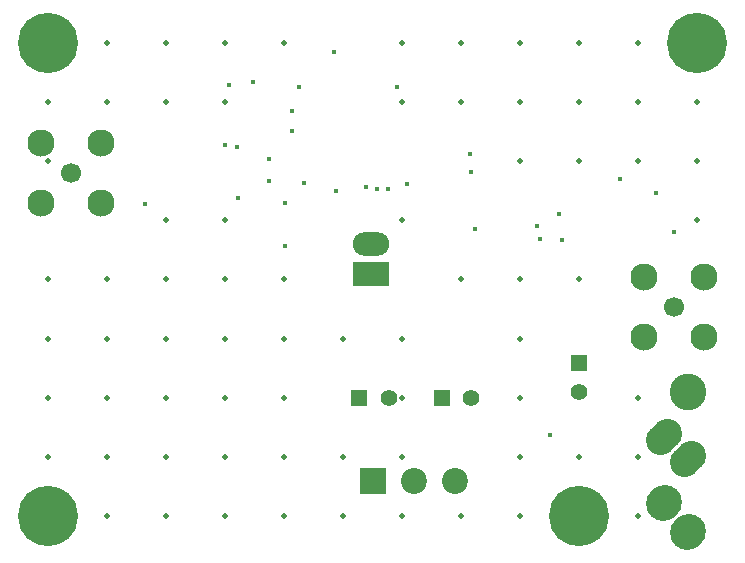
<source format=gbs>
G04*
G04 #@! TF.GenerationSoftware,Altium Limited,Altium Designer,21.9.1 (22)*
G04*
G04 Layer_Color=16711935*
%FSAX44Y44*%
%MOMM*%
G71*
G04*
G04 #@! TF.SameCoordinates,86785AD5-1920-4A7D-B972-61179B801B7D*
G04*
G04*
G04 #@! TF.FilePolarity,Negative*
G04*
G01*
G75*
%ADD25O,3.1000X2.0000*%
%ADD26R,3.1000X2.0000*%
%ADD27C,1.7000*%
%ADD28C,2.3000*%
%ADD29R,1.4000X1.4000*%
%ADD30C,1.4000*%
G04:AMPARAMS|DCode=31|XSize=2.5mm|YSize=3.3mm|CornerRadius=0mm|HoleSize=0mm|Usage=FLASHONLY|Rotation=135.000|XOffset=0mm|YOffset=0mm|HoleType=Round|Shape=Round|*
%AMOVALD31*
21,1,0.8000,2.5000,0.0000,0.0000,225.0*
1,1,2.5000,0.2828,0.2828*
1,1,2.5000,-0.2828,-0.2828*
%
%ADD31OVALD31*%

G04:AMPARAMS|DCode=32|XSize=2.9mm|YSize=3.1mm|CornerRadius=0mm|HoleSize=0mm|Usage=FLASHONLY|Rotation=135.000|XOffset=0mm|YOffset=0mm|HoleType=Round|Shape=Round|*
%AMOVALD32*
21,1,0.2000,2.9000,0.0000,0.0000,225.0*
1,1,2.9000,0.0707,0.0707*
1,1,2.9000,-0.0707,-0.0707*
%
%ADD32OVALD32*%

%ADD33C,3.1000*%
%ADD34C,2.2000*%
%ADD35R,2.2000X2.2000*%
%ADD36R,1.4000X1.4000*%
%ADD37C,5.1000*%
%ADD38C,0.5000*%
%ADD39C,0.4000*%
D25*
X01674000Y01480000D02*
D03*
D26*
Y01454600D02*
D03*
D27*
X01420000Y01540000D02*
D03*
X01930000Y01427000D02*
D03*
D28*
X01394600Y01514600D02*
D03*
X01445400D02*
D03*
Y01565400D02*
D03*
X01394600D02*
D03*
X01904600Y01401600D02*
D03*
X01955400D02*
D03*
Y01452400D02*
D03*
X01904600D02*
D03*
D29*
X01850000Y01379500D02*
D03*
D30*
Y01354500D02*
D03*
X01688500Y01350000D02*
D03*
X01758500D02*
D03*
D31*
X01922000Y01317000D02*
D03*
X01942000Y01298000D02*
D03*
D32*
X01922000Y01261000D02*
D03*
X01942000Y01236500D02*
D03*
D33*
Y01354500D02*
D03*
D34*
X01710000Y01279001D02*
D03*
X01745000D02*
D03*
D35*
X01675000D02*
D03*
D36*
X01663500Y01350000D02*
D03*
X01733500D02*
D03*
D37*
X01400000Y01650000D02*
D03*
X01950000D02*
D03*
X01850000Y01250000D02*
D03*
X01400000D02*
D03*
D38*
X01950000Y01600000D02*
D03*
Y01550000D02*
D03*
Y01500000D02*
D03*
X01900000Y01650000D02*
D03*
Y01600000D02*
D03*
Y01550000D02*
D03*
Y01350000D02*
D03*
Y01300000D02*
D03*
Y01250000D02*
D03*
X01850000Y01650000D02*
D03*
Y01600000D02*
D03*
Y01550000D02*
D03*
Y01450000D02*
D03*
Y01300000D02*
D03*
X01800000Y01650000D02*
D03*
Y01600000D02*
D03*
Y01550000D02*
D03*
Y01450000D02*
D03*
Y01400000D02*
D03*
Y01350000D02*
D03*
Y01300000D02*
D03*
Y01250000D02*
D03*
X01750000Y01650000D02*
D03*
Y01600000D02*
D03*
Y01450000D02*
D03*
Y01250000D02*
D03*
X01700000Y01650000D02*
D03*
Y01600000D02*
D03*
Y01500000D02*
D03*
Y01400000D02*
D03*
Y01350000D02*
D03*
Y01300000D02*
D03*
Y01250000D02*
D03*
X01650000Y01400000D02*
D03*
Y01300000D02*
D03*
Y01250000D02*
D03*
X01600000Y01650000D02*
D03*
Y01450000D02*
D03*
Y01400000D02*
D03*
Y01350000D02*
D03*
Y01300000D02*
D03*
Y01250000D02*
D03*
X01550000Y01650000D02*
D03*
Y01600000D02*
D03*
Y01500000D02*
D03*
Y01450000D02*
D03*
Y01400000D02*
D03*
Y01350000D02*
D03*
Y01300000D02*
D03*
Y01250000D02*
D03*
X01500000Y01650000D02*
D03*
Y01600000D02*
D03*
Y01500000D02*
D03*
Y01450000D02*
D03*
Y01400000D02*
D03*
Y01350000D02*
D03*
Y01300000D02*
D03*
Y01250000D02*
D03*
X01450000Y01650000D02*
D03*
Y01600000D02*
D03*
Y01450000D02*
D03*
Y01400000D02*
D03*
Y01350000D02*
D03*
Y01300000D02*
D03*
Y01250000D02*
D03*
X01400000Y01600000D02*
D03*
Y01550000D02*
D03*
Y01450000D02*
D03*
Y01400000D02*
D03*
Y01350000D02*
D03*
Y01300000D02*
D03*
D39*
X01482000Y01514000D02*
D03*
X01574000Y01617000D02*
D03*
X01553000Y01615000D02*
D03*
X01550000Y01564000D02*
D03*
X01560000Y01562000D02*
D03*
X01587000Y01552000D02*
D03*
X01561000Y01519000D02*
D03*
X01587000Y01533040D02*
D03*
X01617000Y01532000D02*
D03*
X01643960Y01525000D02*
D03*
X01825000Y01318000D02*
D03*
X01817000Y01484000D02*
D03*
X01833040Y01505000D02*
D03*
X01696000Y01613000D02*
D03*
X01642000Y01643000D02*
D03*
X01613000Y01613000D02*
D03*
X01607000Y01593000D02*
D03*
Y01576000D02*
D03*
X01601000Y01515000D02*
D03*
Y01478000D02*
D03*
X01688000Y01527000D02*
D03*
X01669000Y01528000D02*
D03*
X01679000Y01527000D02*
D03*
X01704000Y01531000D02*
D03*
X01757000Y01556000D02*
D03*
X01758000Y01541000D02*
D03*
X01930000Y01490000D02*
D03*
X01915000Y01523000D02*
D03*
X01762000Y01493000D02*
D03*
X01884000Y01535000D02*
D03*
X01835000Y01483000D02*
D03*
X01814000Y01495000D02*
D03*
M02*

</source>
